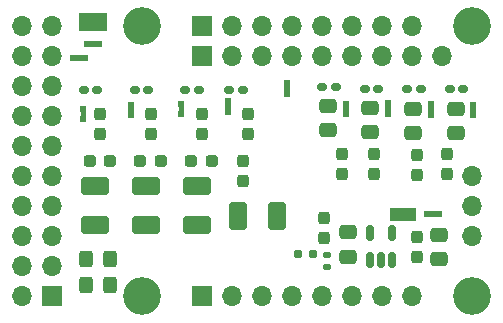
<source format=gbs>
G04 #@! TF.GenerationSoftware,KiCad,Pcbnew,9.0.4*
G04 #@! TF.CreationDate,2025-08-20T19:30:37-04:00*
G04 #@! TF.ProjectId,tac5212_audio_board_single_ended,74616335-3231-4325-9f61-7564696f5f62,rev?*
G04 #@! TF.SameCoordinates,Original*
G04 #@! TF.FileFunction,Soldermask,Bot*
G04 #@! TF.FilePolarity,Negative*
%FSLAX46Y46*%
G04 Gerber Fmt 4.6, Leading zero omitted, Abs format (unit mm)*
G04 Created by KiCad (PCBNEW 9.0.4) date 2025-08-20 19:30:37*
%MOMM*%
%LPD*%
G01*
G04 APERTURE LIST*
G04 Aperture macros list*
%AMRoundRect*
0 Rectangle with rounded corners*
0 $1 Rounding radius*
0 $2 $3 $4 $5 $6 $7 $8 $9 X,Y pos of 4 corners*
0 Add a 4 corners polygon primitive as box body*
4,1,4,$2,$3,$4,$5,$6,$7,$8,$9,$2,$3,0*
0 Add four circle primitives for the rounded corners*
1,1,$1+$1,$2,$3*
1,1,$1+$1,$4,$5*
1,1,$1+$1,$6,$7*
1,1,$1+$1,$8,$9*
0 Add four rect primitives between the rounded corners*
20,1,$1+$1,$2,$3,$4,$5,0*
20,1,$1+$1,$4,$5,$6,$7,0*
20,1,$1+$1,$6,$7,$8,$9,0*
20,1,$1+$1,$8,$9,$2,$3,0*%
G04 Aperture macros list end*
%ADD10C,0.010000*%
%ADD11R,1.700000X1.700000*%
%ADD12O,1.700000X1.700000*%
%ADD13C,3.200000*%
%ADD14RoundRect,0.250000X0.475000X-0.337500X0.475000X0.337500X-0.475000X0.337500X-0.475000X-0.337500X0*%
%ADD15RoundRect,0.237500X-0.237500X0.300000X-0.237500X-0.300000X0.237500X-0.300000X0.237500X0.300000X0*%
%ADD16R,0.500000X0.500000*%
%ADD17R,0.500000X0.550000*%
%ADD18RoundRect,0.160000X0.222500X0.160000X-0.222500X0.160000X-0.222500X-0.160000X0.222500X-0.160000X0*%
%ADD19RoundRect,0.237500X-0.287500X-0.237500X0.287500X-0.237500X0.287500X0.237500X-0.287500X0.237500X0*%
%ADD20RoundRect,0.237500X0.237500X-0.300000X0.237500X0.300000X-0.237500X0.300000X-0.237500X-0.300000X0*%
%ADD21RoundRect,0.135000X0.185000X-0.135000X0.185000X0.135000X-0.185000X0.135000X-0.185000X-0.135000X0*%
%ADD22RoundRect,0.250000X-0.325000X-0.450000X0.325000X-0.450000X0.325000X0.450000X-0.325000X0.450000X0*%
%ADD23RoundRect,0.250000X0.325000X0.450000X-0.325000X0.450000X-0.325000X-0.450000X0.325000X-0.450000X0*%
%ADD24R,0.508000X0.500000*%
%ADD25R,0.508000X0.508000*%
%ADD26RoundRect,0.250001X0.924999X-0.499999X0.924999X0.499999X-0.924999X0.499999X-0.924999X-0.499999X0*%
%ADD27RoundRect,0.250000X-0.475000X0.337500X-0.475000X-0.337500X0.475000X-0.337500X0.475000X0.337500X0*%
%ADD28R,0.500000X0.508000*%
%ADD29R,1.000000X1.500000*%
%ADD30RoundRect,0.250001X-0.499999X-0.924999X0.499999X-0.924999X0.499999X0.924999X-0.499999X0.924999X0*%
%ADD31RoundRect,0.237500X0.287500X0.237500X-0.287500X0.237500X-0.287500X-0.237500X0.287500X-0.237500X0*%
%ADD32RoundRect,0.160000X-0.222500X-0.160000X0.222500X-0.160000X0.222500X0.160000X-0.222500X0.160000X0*%
%ADD33RoundRect,0.150000X0.150000X-0.512500X0.150000X0.512500X-0.150000X0.512500X-0.150000X-0.512500X0*%
%ADD34RoundRect,0.160000X0.197500X0.160000X-0.197500X0.160000X-0.197500X-0.160000X0.197500X-0.160000X0*%
%ADD35RoundRect,0.237500X-0.237500X0.287500X-0.237500X-0.287500X0.237500X-0.287500X0.237500X0.287500X0*%
G04 APERTURE END LIST*
G04 #@! TO.C,OP2*
G36*
X13250000Y16025000D02*
G01*
X13750000Y16025000D01*
X13750000Y15175000D01*
X13250000Y15175000D01*
X13250000Y16025000D01*
G37*
G04 #@! TO.C,INP2*
G36*
X34350000Y16015000D02*
G01*
X34850000Y16015000D01*
X34850000Y15165000D01*
X34350000Y15165000D01*
X34350000Y16015000D01*
G37*
G04 #@! TO.C,GND108*
G36*
X22654000Y17346000D02*
G01*
X22146000Y17346000D01*
X22146000Y17846000D01*
X22654000Y17846000D01*
X22654000Y17346000D01*
G37*
G04 #@! TO.C,INM2*
G36*
X37950000Y15967500D02*
G01*
X38450000Y15967500D01*
X38450000Y15117500D01*
X37950000Y15117500D01*
X37950000Y15967500D01*
G37*
G04 #@! TO.C,OM2*
G36*
X17150000Y16250000D02*
G01*
X17650000Y16250000D01*
X17650000Y15400000D01*
X17150000Y15400000D01*
X17150000Y16250000D01*
G37*
G04 #@! TO.C,3V108*
D10*
X31140000Y6500000D02*
X33250000Y6500000D01*
X33250000Y7500000D01*
X31140000Y7500000D01*
X31140000Y6500000D01*
G36*
X31140000Y6500000D02*
G01*
X33250000Y6500000D01*
X33250000Y7500000D01*
X31140000Y7500000D01*
X31140000Y6500000D01*
G37*
G04 #@! TO.C,SDA108*
G36*
X4546000Y19946000D02*
G01*
X5046000Y19946000D01*
X5046000Y20454000D01*
X4546000Y20454000D01*
X4546000Y19946000D01*
G37*
G04 #@! TO.C,MCLK108*
G36*
X5850000Y22450000D02*
G01*
X6150000Y22450000D01*
X6150000Y23950000D01*
X5850000Y23950000D01*
X5850000Y22450000D01*
G37*
G04 #@! TO.C,SCL108*
G36*
X5746000Y21146000D02*
G01*
X6246000Y21146000D01*
X6246000Y21654000D01*
X5746000Y21654000D01*
X5746000Y21146000D01*
G37*
G04 #@! TO.C,OP1*
G36*
X8950000Y15950000D02*
G01*
X9450000Y15950000D01*
X9450000Y15100000D01*
X8950000Y15100000D01*
X8950000Y15950000D01*
G37*
G04 #@! TO.C,INM1*
G36*
X30750000Y16087500D02*
G01*
X31250000Y16087500D01*
X31250000Y15237500D01*
X30750000Y15237500D01*
X30750000Y16087500D01*
G37*
G04 #@! TO.C,G119*
G36*
X35054000Y7254000D02*
G01*
X34554000Y7254000D01*
X34554000Y6746000D01*
X35054000Y6746000D01*
X35054000Y7254000D01*
G37*
G04 #@! TO.C,OM1*
G36*
X5450000Y15250000D02*
G01*
X4950000Y15250000D01*
X4950000Y16125000D01*
X5450000Y16125000D01*
X5450000Y15250000D01*
G37*
G04 #@! TO.C,INP1*
G36*
X27150000Y16025000D02*
G01*
X27650000Y16025000D01*
X27650000Y15175000D01*
X27150000Y15175000D01*
X27150000Y16025000D01*
G37*
G04 #@! TD*
D11*
G04 #@! TO.C,board_outline108*
X2537500Y0D03*
D12*
X-2500Y0D03*
X2537500Y2540000D03*
X-2500Y2540000D03*
X2537500Y5080000D03*
X-2500Y5080000D03*
X2537500Y7620000D03*
X-2500Y7620000D03*
X2537500Y10160000D03*
X-2500Y10160000D03*
X2537500Y12700000D03*
X-2500Y12700000D03*
X2537500Y15240000D03*
X-2500Y15240000D03*
X2537500Y17780000D03*
X-2500Y17780000D03*
X2537500Y20320000D03*
X-2500Y20320000D03*
X2537500Y22860000D03*
X-2500Y22860000D03*
D11*
X15247500Y20315000D03*
X15247500Y22855000D03*
D12*
X17787500Y20315000D03*
X17787500Y22855000D03*
X20327500Y20315000D03*
X20327500Y22855000D03*
X22867500Y20315000D03*
X22867500Y22855000D03*
X25407500Y20315000D03*
X25407500Y22855000D03*
X27947500Y20315000D03*
X27947500Y22855000D03*
X30487500Y20315000D03*
X30487500Y22855000D03*
X33027500Y20315000D03*
X33027500Y22855000D03*
D11*
X15247500Y-5000D03*
D12*
X17787500Y-5000D03*
X20327500Y-5000D03*
X22867500Y-5000D03*
X25407500Y-5000D03*
X27947500Y-5000D03*
X30487500Y-5000D03*
X33027500Y-5000D03*
X38092500Y5075000D03*
X38092500Y7615000D03*
X38092500Y10155000D03*
X35552500Y20315000D03*
D13*
X10152500Y22855000D03*
X38092500Y22855000D03*
X10152500Y-5000D03*
X38092500Y-5000D03*
G04 #@! TD*
D14*
G04 #@! TO.C,T\u002AC108*
X35334314Y3125000D03*
X35334314Y5200000D03*
G04 #@! TD*
D15*
G04 #@! TO.C,C127*
X27100000Y12062500D03*
X27100000Y10337500D03*
G04 #@! TD*
D16*
G04 #@! TO.C,OP2*
X13500000Y16275000D03*
D17*
X13500000Y15400000D03*
G04 #@! TD*
D18*
G04 #@! TO.C,D111*
X17527500Y17500000D03*
X18672500Y17500000D03*
G04 #@! TD*
D19*
G04 #@! TO.C,R108*
X10025000Y11500000D03*
X11775000Y11500000D03*
G04 #@! TD*
D16*
G04 #@! TO.C,INP2*
X34600000Y16265000D03*
D17*
X34600000Y15390000D03*
G04 #@! TD*
D20*
G04 #@! TO.C,T\u002AC109*
X33400000Y3300000D03*
X33400000Y5025000D03*
G04 #@! TD*
D21*
G04 #@! TO.C,R128*
X25800000Y2490000D03*
X25800000Y3510000D03*
G04 #@! TD*
D15*
G04 #@! TO.C,C124*
X36000000Y12062500D03*
X36000000Y10337500D03*
G04 #@! TD*
D22*
G04 #@! TO.C,C131*
X5375000Y1000000D03*
X7425000Y1000000D03*
G04 #@! TD*
D23*
G04 #@! TO.C,C130*
X7425000Y3200000D03*
X5375000Y3200000D03*
G04 #@! TD*
D24*
G04 #@! TO.C,GND108*
X22400000Y17096000D03*
D25*
X22400000Y18100000D03*
G04 #@! TD*
D15*
G04 #@! TO.C,C125*
X33400000Y11962500D03*
X33400000Y10237500D03*
G04 #@! TD*
D16*
G04 #@! TO.C,INM2*
X38200000Y16217500D03*
D17*
X38200000Y15342500D03*
G04 #@! TD*
D26*
G04 #@! TO.C,C114*
X6200000Y6075000D03*
X6200000Y9325000D03*
G04 #@! TD*
D27*
G04 #@! TO.C,T\u002AC110*
X27600000Y5437500D03*
X27600000Y3362500D03*
G04 #@! TD*
D16*
G04 #@! TO.C,OM2*
X17400000Y16500000D03*
D17*
X17400000Y15625000D03*
G04 #@! TD*
D28*
G04 #@! TO.C,SDA108*
X4296000Y20200000D03*
D25*
X5300000Y20200000D03*
G04 #@! TD*
D29*
G04 #@! TO.C,MCLK108*
X5350000Y23200000D03*
X6650000Y23200000D03*
G04 #@! TD*
D30*
G04 #@! TO.C,C122*
X18300001Y6800000D03*
X21550001Y6800000D03*
G04 #@! TD*
D28*
G04 #@! TO.C,SCL108*
X5496000Y21400000D03*
D25*
X6500000Y21400000D03*
G04 #@! TD*
D31*
G04 #@! TO.C,R109*
X7475000Y11500000D03*
X5725000Y11500000D03*
G04 #@! TD*
D32*
G04 #@! TO.C,D113*
X33772500Y17565000D03*
X32627500Y17565000D03*
G04 #@! TD*
D27*
G04 #@! TO.C,FB110*
X29500000Y15975000D03*
X29500000Y13900000D03*
G04 #@! TD*
G04 #@! TO.C,FB111*
X25900000Y16137500D03*
X25900000Y14062500D03*
G04 #@! TD*
D19*
G04 #@! TO.C,R111*
X14325000Y11500000D03*
X16075000Y11500000D03*
G04 #@! TD*
D32*
G04 #@! TO.C,D112*
X37372500Y17517500D03*
X36227500Y17517500D03*
G04 #@! TD*
D20*
G04 #@! TO.C,C123*
X19100000Y13737500D03*
X19100000Y15462500D03*
G04 #@! TD*
D33*
G04 #@! TO.C,U109*
X31361814Y3047500D03*
X30411814Y3047500D03*
X29461814Y3047500D03*
X29461814Y5322500D03*
X31361814Y5322500D03*
G04 #@! TD*
D18*
G04 #@! TO.C,D108*
X9527500Y17500000D03*
X10672500Y17500000D03*
G04 #@! TD*
D20*
G04 #@! TO.C,C113*
X10900000Y13737500D03*
X10900000Y15462500D03*
G04 #@! TD*
D15*
G04 #@! TO.C,C126*
X29800000Y12062500D03*
X29800000Y10337500D03*
G04 #@! TD*
D18*
G04 #@! TO.C,D110*
X13827500Y17500000D03*
X14972500Y17500000D03*
G04 #@! TD*
D26*
G04 #@! TO.C,C110*
X10500000Y6075000D03*
X10500000Y9325000D03*
G04 #@! TD*
D18*
G04 #@! TO.C,D109*
X5227500Y17500000D03*
X6372500Y17500000D03*
G04 #@! TD*
D34*
G04 #@! TO.C,SCL109*
X24597500Y3600000D03*
X23402500Y3600000D03*
G04 #@! TD*
D20*
G04 #@! TO.C,C121*
X15200000Y13737500D03*
X15200000Y15462500D03*
G04 #@! TD*
D26*
G04 #@! TO.C,C120*
X14800000Y6075000D03*
X14800000Y9325000D03*
G04 #@! TD*
D32*
G04 #@! TO.C,D114*
X30172500Y17565000D03*
X29027500Y17565000D03*
G04 #@! TD*
D16*
G04 #@! TO.C,OP1*
X9200000Y16200000D03*
D17*
X9200000Y15325000D03*
G04 #@! TD*
D35*
G04 #@! TO.C,R116*
X18700000Y11475000D03*
X18700000Y9725000D03*
G04 #@! TD*
D16*
G04 #@! TO.C,INM1*
X31000000Y16337500D03*
D17*
X31000000Y15462500D03*
G04 #@! TD*
D27*
G04 #@! TO.C,FB109*
X33100000Y15902500D03*
X33100000Y13827500D03*
G04 #@! TD*
D28*
G04 #@! TO.C,G119*
X35304000Y7000000D03*
D25*
X34300000Y7000000D03*
G04 #@! TD*
D27*
G04 #@! TO.C,FB108*
X36700000Y15865000D03*
X36700000Y13790000D03*
G04 #@! TD*
D32*
G04 #@! TO.C,D115*
X26572500Y17700000D03*
X25427500Y17700000D03*
G04 #@! TD*
D15*
G04 #@! TO.C,C129*
X25549617Y6674418D03*
X25549617Y4949418D03*
G04 #@! TD*
D16*
G04 #@! TO.C,OM1*
X5200000Y15000000D03*
X5200000Y15850000D03*
G04 #@! TD*
D20*
G04 #@! TO.C,C117*
X6600000Y13737500D03*
X6600000Y15462500D03*
G04 #@! TD*
D16*
G04 #@! TO.C,INP1*
X27400000Y16275000D03*
D17*
X27400000Y15400000D03*
G04 #@! TD*
M02*

</source>
